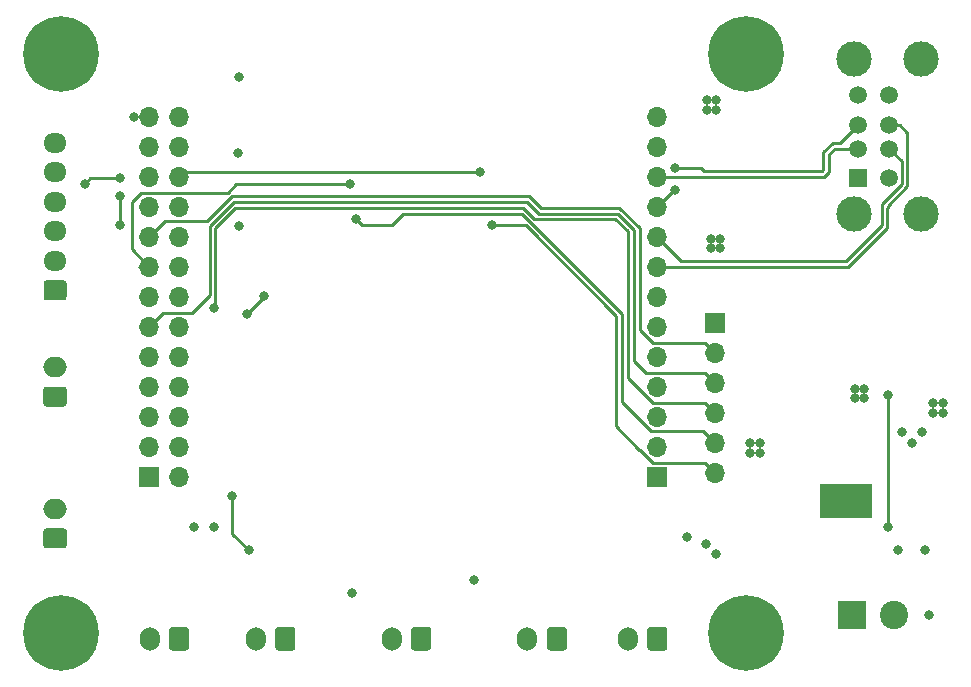
<source format=gbr>
%TF.GenerationSoftware,KiCad,Pcbnew,(5.1.12)-1*%
%TF.CreationDate,2021-12-26T21:26:00+08:00*%
%TF.ProjectId,OrangePiZeroExtentionBoard,4f72616e-6765-4506-995a-65726f457874,rev?*%
%TF.SameCoordinates,Original*%
%TF.FileFunction,Copper,L4,Bot*%
%TF.FilePolarity,Positive*%
%FSLAX46Y46*%
G04 Gerber Fmt 4.6, Leading zero omitted, Abs format (unit mm)*
G04 Created by KiCad (PCBNEW (5.1.12)-1) date 2021-12-26 21:26:00*
%MOMM*%
%LPD*%
G01*
G04 APERTURE LIST*
%TA.AperFunction,ComponentPad*%
%ADD10C,0.600000*%
%TD*%
%TA.AperFunction,SMDPad,CuDef*%
%ADD11R,4.500000X2.950000*%
%TD*%
%TA.AperFunction,ComponentPad*%
%ADD12C,1.500000*%
%TD*%
%TA.AperFunction,ComponentPad*%
%ADD13C,3.000000*%
%TD*%
%TA.AperFunction,ComponentPad*%
%ADD14R,1.500000X1.500000*%
%TD*%
%TA.AperFunction,ComponentPad*%
%ADD15C,0.800000*%
%TD*%
%TA.AperFunction,ComponentPad*%
%ADD16C,6.400000*%
%TD*%
%TA.AperFunction,ComponentPad*%
%ADD17R,2.400000X2.400000*%
%TD*%
%TA.AperFunction,ComponentPad*%
%ADD18C,2.400000*%
%TD*%
%TA.AperFunction,ComponentPad*%
%ADD19O,1.950000X1.700000*%
%TD*%
%TA.AperFunction,ComponentPad*%
%ADD20R,1.700000X1.700000*%
%TD*%
%TA.AperFunction,ComponentPad*%
%ADD21O,1.700000X1.700000*%
%TD*%
%TA.AperFunction,ComponentPad*%
%ADD22O,2.000000X1.700000*%
%TD*%
%TA.AperFunction,ComponentPad*%
%ADD23O,1.700000X2.000000*%
%TD*%
%TA.AperFunction,ViaPad*%
%ADD24C,0.800000*%
%TD*%
%TA.AperFunction,Conductor*%
%ADD25C,0.250000*%
%TD*%
G04 APERTURE END LIST*
D10*
%TO.P,U1,9*%
%TO.N,GND*%
X176800000Y-106200000D03*
X175700000Y-106200000D03*
X175700000Y-107400000D03*
X176800000Y-107400000D03*
X173200000Y-106200000D03*
X174400000Y-106200000D03*
X174400000Y-107400000D03*
X173200000Y-107400000D03*
D11*
X175000000Y-106800000D03*
%TD*%
D12*
%TO.P,USB1,8*%
%TO.N,GND*%
X178620000Y-72500000D03*
%TO.P,USB1,7*%
%TO.N,USB_DP3*%
X178620000Y-75000000D03*
%TO.P,USB1,6*%
%TO.N,USB_DM3*%
X178620000Y-77000000D03*
%TO.P,USB1,5*%
%TO.N,+5V*%
X178620000Y-79500000D03*
D13*
%TO.P,USB1,9*%
%TO.N,Net-(USB1-Pad9)*%
X181330000Y-69430000D03*
X181330000Y-82570000D03*
D12*
%TO.P,USB1,4*%
%TO.N,GND*%
X176000000Y-72500000D03*
%TO.P,USB1,3*%
%TO.N,USB_DP2*%
X176000000Y-75000000D03*
%TO.P,USB1,2*%
%TO.N,USB_DM2*%
X176000000Y-77000000D03*
D14*
%TO.P,USB1,1*%
%TO.N,+5V*%
X176000000Y-79500000D03*
D13*
%TO.P,USB1,9*%
%TO.N,Net-(USB1-Pad9)*%
X175650000Y-82570000D03*
X175650000Y-69430000D03*
%TD*%
D15*
%TO.P,,1*%
%TO.N,N/C*%
X110197056Y-116302944D03*
X108500000Y-115600000D03*
X106802944Y-116302944D03*
X106100000Y-118000000D03*
X106802944Y-119697056D03*
X108500000Y-120400000D03*
X110197056Y-119697056D03*
X110900000Y-118000000D03*
D16*
X108500000Y-118000000D03*
%TD*%
%TO.P,,1*%
%TO.N,N/C*%
X108500000Y-69000000D03*
D15*
X110900000Y-69000000D03*
X110197056Y-70697056D03*
X108500000Y-71400000D03*
X106802944Y-70697056D03*
X106100000Y-69000000D03*
X106802944Y-67302944D03*
X108500000Y-66600000D03*
X110197056Y-67302944D03*
%TD*%
%TO.P,,1*%
%TO.N,N/C*%
X168197056Y-67302944D03*
X166500000Y-66600000D03*
X164802944Y-67302944D03*
X164100000Y-69000000D03*
X164802944Y-70697056D03*
X166500000Y-71400000D03*
X168197056Y-70697056D03*
X168900000Y-69000000D03*
D16*
X166500000Y-69000000D03*
%TD*%
D15*
%TO.P,,1*%
%TO.N,N/C*%
X168197056Y-116302944D03*
X166500000Y-115600000D03*
X164802944Y-116302944D03*
X164100000Y-118000000D03*
X164802944Y-119697056D03*
X166500000Y-120400000D03*
X168197056Y-119697056D03*
X168900000Y-118000000D03*
D16*
X166500000Y-118000000D03*
%TD*%
D17*
%TO.P,J2,1*%
%TO.N,DCIN*%
X175500000Y-116500000D03*
D18*
%TO.P,J2,2*%
%TO.N,GND*%
X179000000Y-116500000D03*
%TD*%
%TO.P,J3,1*%
%TO.N,GND*%
%TA.AperFunction,ComponentPad*%
G36*
G01*
X108725000Y-89850000D02*
X107275000Y-89850000D01*
G75*
G02*
X107025000Y-89600000I0J250000D01*
G01*
X107025000Y-88400000D01*
G75*
G02*
X107275000Y-88150000I250000J0D01*
G01*
X108725000Y-88150000D01*
G75*
G02*
X108975000Y-88400000I0J-250000D01*
G01*
X108975000Y-89600000D01*
G75*
G02*
X108725000Y-89850000I-250000J0D01*
G01*
G37*
%TD.AperFunction*%
D19*
%TO.P,J3,2*%
%TO.N,+3V3*%
X108000000Y-86500000D03*
%TO.P,J3,3*%
%TO.N,SPI1_CS*%
X108000000Y-84000000D03*
%TO.P,J3,4*%
%TO.N,SPI1_MISO*%
X108000000Y-81500000D03*
%TO.P,J3,5*%
%TO.N,SPI1_MOSI*%
X108000000Y-79000000D03*
%TO.P,J3,6*%
%TO.N,SPI1_CLK*%
X108000000Y-76500000D03*
%TD*%
D20*
%TO.P,J4,1*%
%TO.N,+3V3*%
X115960000Y-104780000D03*
D21*
%TO.P,J4,2*%
%TO.N,+5V*%
X118500000Y-104780000D03*
%TO.P,J4,3*%
%TO.N,Net-(J4-Pad3)*%
X115960000Y-102240000D03*
%TO.P,J4,4*%
%TO.N,+5V*%
X118500000Y-102240000D03*
%TO.P,J4,5*%
%TO.N,Net-(J4-Pad5)*%
X115960000Y-99700000D03*
%TO.P,J4,6*%
%TO.N,GND*%
X118500000Y-99700000D03*
%TO.P,J4,7*%
%TO.N,Net-(J4-Pad7)*%
X115960000Y-97160000D03*
%TO.P,J4,8*%
%TO.N,UART1_RX*%
X118500000Y-97160000D03*
%TO.P,J4,9*%
%TO.N,GND*%
X115960000Y-94620000D03*
%TO.P,J4,10*%
%TO.N,UART1_TX*%
X118500000Y-94620000D03*
%TO.P,J4,11*%
%TO.N,GPIO_1_CLK*%
X115960000Y-92080000D03*
%TO.P,J4,12*%
%TO.N,Net-(J4-Pad12)*%
X118500000Y-92080000D03*
%TO.P,J4,13*%
%TO.N,GPIO_0_SDO*%
X115960000Y-89540000D03*
%TO.P,J4,14*%
%TO.N,GND*%
X118500000Y-89540000D03*
%TO.P,J4,15*%
%TO.N,GPIO_3_SDI*%
X115960000Y-87000000D03*
%TO.P,J4,16*%
%TO.N,GPIO_19*%
X118500000Y-87000000D03*
%TO.P,J4,17*%
%TO.N,+3V3*%
X115960000Y-84460000D03*
%TO.P,J4,18*%
%TO.N,GPIO_18*%
X118500000Y-84460000D03*
%TO.P,J4,19*%
%TO.N,SPI1_MOSI*%
X115960000Y-81920000D03*
%TO.P,J4,20*%
%TO.N,GND*%
X118500000Y-81920000D03*
%TO.P,J4,21*%
%TO.N,SPI1_MISO*%
X115960000Y-79380000D03*
%TO.P,J4,22*%
%TO.N,GPIO_2_CS*%
X118500000Y-79380000D03*
%TO.P,J4,23*%
%TO.N,SPI1_CLK*%
X115960000Y-76840000D03*
%TO.P,J4,24*%
%TO.N,SPI1_CS*%
X118500000Y-76840000D03*
%TO.P,J4,25*%
%TO.N,GND*%
X115960000Y-74300000D03*
%TO.P,J4,26*%
%TO.N,GPIO_10*%
X118500000Y-74300000D03*
%TD*%
D20*
%TO.P,J7,1*%
%TO.N,Net-(J7-Pad1)*%
X159000000Y-104780000D03*
D21*
%TO.P,J7,2*%
%TO.N,Net-(J7-Pad2)*%
X159000000Y-102240000D03*
%TO.P,J7,3*%
%TO.N,Net-(J7-Pad3)*%
X159000000Y-99700000D03*
%TO.P,J7,4*%
%TO.N,Net-(J7-Pad4)*%
X159000000Y-97160000D03*
%TO.P,J7,5*%
%TO.N,Net-(J7-Pad5)*%
X159000000Y-94620000D03*
%TO.P,J7,6*%
%TO.N,Net-(J7-Pad6)*%
X159000000Y-92080000D03*
%TO.P,J7,7*%
%TO.N,Net-(J7-Pad7)*%
X159000000Y-89540000D03*
%TO.P,J7,8*%
%TO.N,USB_DP3*%
X159000000Y-87000000D03*
%TO.P,J7,9*%
%TO.N,USB_DM3*%
X159000000Y-84460000D03*
%TO.P,J7,10*%
%TO.N,USB_DP2*%
X159000000Y-81920000D03*
%TO.P,J7,11*%
%TO.N,USB_DM2*%
X159000000Y-79380000D03*
%TO.P,J7,12*%
%TO.N,GND*%
X159000000Y-76840000D03*
%TO.P,J7,13*%
%TO.N,+5V*%
X159000000Y-74300000D03*
%TD*%
%TO.P,J8,1*%
%TO.N,+5V*%
%TA.AperFunction,ComponentPad*%
G36*
G01*
X108750000Y-110850000D02*
X107250000Y-110850000D01*
G75*
G02*
X107000000Y-110600000I0J250000D01*
G01*
X107000000Y-109400000D01*
G75*
G02*
X107250000Y-109150000I250000J0D01*
G01*
X108750000Y-109150000D01*
G75*
G02*
X109000000Y-109400000I0J-250000D01*
G01*
X109000000Y-110600000D01*
G75*
G02*
X108750000Y-110850000I-250000J0D01*
G01*
G37*
%TD.AperFunction*%
D22*
%TO.P,J8,2*%
%TO.N,GND*%
X108000000Y-107500000D03*
%TD*%
D23*
%TO.P,J9,2*%
%TO.N,GND*%
X116000000Y-118500000D03*
%TO.P,J9,1*%
%TO.N,+5V*%
%TA.AperFunction,ComponentPad*%
G36*
G01*
X119350000Y-117750000D02*
X119350000Y-119250000D01*
G75*
G02*
X119100000Y-119500000I-250000J0D01*
G01*
X117900000Y-119500000D01*
G75*
G02*
X117650000Y-119250000I0J250000D01*
G01*
X117650000Y-117750000D01*
G75*
G02*
X117900000Y-117500000I250000J0D01*
G01*
X119100000Y-117500000D01*
G75*
G02*
X119350000Y-117750000I0J-250000D01*
G01*
G37*
%TD.AperFunction*%
%TD*%
%TO.P,J10,2*%
%TO.N,Net-(D2-Pad1)*%
X136500000Y-118500000D03*
%TO.P,J10,1*%
%TO.N,DCIN*%
%TA.AperFunction,ComponentPad*%
G36*
G01*
X139850000Y-117750000D02*
X139850000Y-119250000D01*
G75*
G02*
X139600000Y-119500000I-250000J0D01*
G01*
X138400000Y-119500000D01*
G75*
G02*
X138150000Y-119250000I0J250000D01*
G01*
X138150000Y-117750000D01*
G75*
G02*
X138400000Y-117500000I250000J0D01*
G01*
X139600000Y-117500000D01*
G75*
G02*
X139850000Y-117750000I0J-250000D01*
G01*
G37*
%TD.AperFunction*%
%TD*%
%TO.P,J11,1*%
%TO.N,UART1_RX*%
%TA.AperFunction,ComponentPad*%
G36*
G01*
X108750000Y-98850000D02*
X107250000Y-98850000D01*
G75*
G02*
X107000000Y-98600000I0J250000D01*
G01*
X107000000Y-97400000D01*
G75*
G02*
X107250000Y-97150000I250000J0D01*
G01*
X108750000Y-97150000D01*
G75*
G02*
X109000000Y-97400000I0J-250000D01*
G01*
X109000000Y-98600000D01*
G75*
G02*
X108750000Y-98850000I-250000J0D01*
G01*
G37*
%TD.AperFunction*%
D22*
%TO.P,J11,2*%
%TO.N,UART1_TX*%
X108000000Y-95500000D03*
%TD*%
%TO.P,J12,1*%
%TO.N,DCIN*%
%TA.AperFunction,ComponentPad*%
G36*
G01*
X151350000Y-117750000D02*
X151350000Y-119250000D01*
G75*
G02*
X151100000Y-119500000I-250000J0D01*
G01*
X149900000Y-119500000D01*
G75*
G02*
X149650000Y-119250000I0J250000D01*
G01*
X149650000Y-117750000D01*
G75*
G02*
X149900000Y-117500000I250000J0D01*
G01*
X151100000Y-117500000D01*
G75*
G02*
X151350000Y-117750000I0J-250000D01*
G01*
G37*
%TD.AperFunction*%
D23*
%TO.P,J12,2*%
%TO.N,Net-(D3-Pad1)*%
X148000000Y-118500000D03*
%TD*%
%TO.P,J13,2*%
%TO.N,GND*%
X125000000Y-118500000D03*
%TO.P,J13,1*%
%TO.N,DCIN*%
%TA.AperFunction,ComponentPad*%
G36*
G01*
X128350000Y-117750000D02*
X128350000Y-119250000D01*
G75*
G02*
X128100000Y-119500000I-250000J0D01*
G01*
X126900000Y-119500000D01*
G75*
G02*
X126650000Y-119250000I0J250000D01*
G01*
X126650000Y-117750000D01*
G75*
G02*
X126900000Y-117500000I250000J0D01*
G01*
X128100000Y-117500000D01*
G75*
G02*
X128350000Y-117750000I0J-250000D01*
G01*
G37*
%TD.AperFunction*%
%TD*%
%TO.P,J15,2*%
%TO.N,Net-(D5-Pad1)*%
X156500000Y-118500000D03*
%TO.P,J15,1*%
%TO.N,DCIN*%
%TA.AperFunction,ComponentPad*%
G36*
G01*
X159850000Y-117750000D02*
X159850000Y-119250000D01*
G75*
G02*
X159600000Y-119500000I-250000J0D01*
G01*
X158400000Y-119500000D01*
G75*
G02*
X158150000Y-119250000I0J250000D01*
G01*
X158150000Y-117750000D01*
G75*
G02*
X158400000Y-117500000I250000J0D01*
G01*
X159600000Y-117500000D01*
G75*
G02*
X159850000Y-117750000I0J-250000D01*
G01*
G37*
%TD.AperFunction*%
%TD*%
D20*
%TO.P,J5,1*%
%TO.N,GND*%
X163910000Y-91750000D03*
D21*
%TO.P,J5,2*%
%TO.N,+3V3*%
X163910000Y-94290000D03*
%TO.P,J5,3*%
%TO.N,GPIO_1_CLK*%
X163910000Y-96830000D03*
%TO.P,J5,4*%
%TO.N,GPIO_0_SDO*%
X163910000Y-99370000D03*
%TO.P,J5,5*%
%TO.N,GPIO_3_SDI*%
X163910000Y-101910000D03*
%TO.P,J5,6*%
%TO.N,GPIO_2_CS*%
X163910000Y-104450000D03*
%TD*%
D24*
%TO.N,GND*%
X182000000Y-116500000D03*
X163100000Y-110450000D03*
X164000000Y-111300000D03*
X181650000Y-110950000D03*
X179350000Y-110950000D03*
X182350000Y-98550000D03*
X182350000Y-99400000D03*
X183200000Y-98550000D03*
X183200000Y-99400000D03*
X175700000Y-97350000D03*
X175700000Y-98150000D03*
X176500000Y-97350000D03*
X176500000Y-98150000D03*
X167650000Y-102750000D03*
X167650000Y-101900000D03*
X166800000Y-101900000D03*
X166800000Y-102750000D03*
X164000000Y-73700000D03*
X164000000Y-72900000D03*
X163200000Y-72900000D03*
X163200000Y-73700000D03*
X114650000Y-74350000D03*
X123550000Y-70950000D03*
X123500000Y-77350000D03*
X119750000Y-109000000D03*
X121450000Y-109000000D03*
X123550000Y-83550000D03*
%TO.N,+5V*%
X164300000Y-84650000D03*
X164300000Y-85450000D03*
X163500000Y-85450000D03*
X163500000Y-84650000D03*
%TO.N,USB_DP2*%
X160500000Y-80500000D03*
X160500000Y-78655000D03*
%TO.N,DCIN*%
X143500000Y-113550000D03*
X161500000Y-109850000D03*
X180550000Y-101900000D03*
X179700000Y-101000000D03*
X181400000Y-101000000D03*
X133150000Y-114600000D03*
%TO.N,SPI1_CS*%
X113500000Y-83500000D03*
X113500000Y-81000000D03*
%TO.N,SPI1_MISO*%
X110500000Y-80000000D03*
X113500000Y-79500000D03*
%TO.N,GPIO_0_SDO*%
X121500000Y-90500000D03*
%TO.N,GPIO_3_SDI*%
X133000000Y-80000000D03*
X133500000Y-83000000D03*
%TO.N,GPIO_2_CS*%
X144987347Y-83500000D03*
X144000000Y-79000000D03*
%TO.N,Net-(Q2-Pad1)*%
X124275000Y-91000000D03*
X125725000Y-89500000D03*
%TO.N,Net-(Q4-Pad1)*%
X124425000Y-111025000D03*
X123025000Y-106375000D03*
%TO.N,BUCK_VSNS*%
X178500000Y-109000000D03*
X178500000Y-97900000D03*
%TD*%
D25*
%TO.N,USB_DM2*%
X176000000Y-77000000D02*
X175500000Y-77000000D01*
X159000000Y-79380000D02*
X173120000Y-79380000D01*
X173120000Y-79380000D02*
X173500000Y-79000000D01*
X173500000Y-79000000D02*
X173500000Y-77500000D01*
X173500000Y-77500000D02*
X174000000Y-77000000D01*
X174000000Y-77000000D02*
X176000000Y-77000000D01*
%TO.N,USB_DP2*%
X159000000Y-81920000D02*
X160420000Y-80500000D01*
X160420000Y-80500000D02*
X160500000Y-80500000D01*
X175500000Y-75500000D02*
X176000000Y-75000000D01*
X173049991Y-77313599D02*
X173863590Y-76500000D01*
X173049990Y-78813600D02*
X173049991Y-77313599D01*
X172933600Y-78929990D02*
X173049990Y-78813600D01*
X162929990Y-78929990D02*
X172933600Y-78929990D01*
X162655000Y-78655000D02*
X162929990Y-78929990D01*
X160500000Y-78655000D02*
X162655000Y-78655000D01*
X174500000Y-76500000D02*
X176000000Y-75000000D01*
X173863590Y-76500000D02*
X174500000Y-76500000D01*
%TO.N,+3V3*%
X163060001Y-93440001D02*
X163910000Y-94290000D01*
X157500000Y-92319002D02*
X158620999Y-93440001D01*
X157500000Y-83727180D02*
X157500000Y-92319002D01*
X158620999Y-93440001D02*
X163060001Y-93440001D01*
X155772820Y-82000000D02*
X157500000Y-83727180D01*
X149136410Y-82000000D02*
X155772820Y-82000000D01*
X148136410Y-81000000D02*
X149136410Y-82000000D01*
X123000000Y-81000000D02*
X148136410Y-81000000D01*
X120904999Y-83095001D02*
X123000000Y-81000000D01*
X117324999Y-83095001D02*
X120904999Y-83095001D01*
X115960000Y-84460000D02*
X117324999Y-83095001D01*
%TO.N,SPI1_CS*%
X113500000Y-83500000D02*
X113500000Y-81000000D01*
%TO.N,SPI1_MISO*%
X110500000Y-80000000D02*
X111000000Y-79500000D01*
X111000000Y-79500000D02*
X113500000Y-79500000D01*
%TO.N,GPIO_1_CLK*%
X117135001Y-90904999D02*
X115960000Y-92080000D01*
X163910000Y-96830000D02*
X163060001Y-95980001D01*
X163060001Y-95980001D02*
X158019999Y-95980001D01*
X119595001Y-90904999D02*
X117135001Y-90904999D01*
X158019999Y-95980001D02*
X157000000Y-94960002D01*
X121091399Y-83545011D02*
X121091399Y-89408601D01*
X157000000Y-94960002D02*
X157000000Y-83863590D01*
X121091399Y-89408601D02*
X119595001Y-90904999D01*
X157000000Y-83863590D02*
X155636411Y-82500001D01*
X155636411Y-82500001D02*
X155500000Y-82500000D01*
X155500000Y-82500000D02*
X149000000Y-82500000D01*
X149000000Y-82500000D02*
X148000000Y-81500000D01*
X148000000Y-81500000D02*
X123136410Y-81500000D01*
X123136410Y-81500000D02*
X121091399Y-83545011D01*
%TO.N,GPIO_0_SDO*%
X163060001Y-98520001D02*
X163910000Y-99370000D01*
X158620999Y-98520001D02*
X163060001Y-98520001D01*
X156500000Y-96399002D02*
X158620999Y-98520001D01*
X156500000Y-84000000D02*
X156500000Y-96399002D01*
X155450010Y-82950010D02*
X156500000Y-84000000D01*
X148586420Y-82950010D02*
X147636410Y-82000000D01*
X155450010Y-82950010D02*
X148586420Y-82950010D01*
X147636410Y-82000000D02*
X145500000Y-82000000D01*
X145500000Y-82000000D02*
X140000000Y-82000000D01*
X140000000Y-82000000D02*
X123500000Y-82000000D01*
X123500000Y-82000000D02*
X123272820Y-82000000D01*
X123272820Y-82000000D02*
X121541409Y-83731411D01*
X121541409Y-90458591D02*
X121500000Y-90500000D01*
X121541409Y-83731411D02*
X121541409Y-90458591D01*
%TO.N,GPIO_3_SDI*%
X156000000Y-91000000D02*
X147500000Y-82500000D01*
X156000000Y-98439002D02*
X156000000Y-91000000D01*
X158435999Y-100875001D02*
X156000000Y-98439002D01*
X162875001Y-100875001D02*
X158435999Y-100875001D01*
X163910000Y-101910000D02*
X162875001Y-100875001D01*
X115140998Y-87000000D02*
X115960000Y-87000000D01*
X115960000Y-87000000D02*
X114500000Y-85540000D01*
X114500000Y-85540000D02*
X114500000Y-81500000D01*
X122618591Y-80744999D02*
X123363590Y-80000000D01*
X115255001Y-80744999D02*
X122618591Y-80744999D01*
X114500000Y-81500000D02*
X115255001Y-80744999D01*
X123363590Y-80000000D02*
X133000000Y-80000000D01*
X133500000Y-83000000D02*
X134000000Y-83500000D01*
X134000000Y-83500000D02*
X136500000Y-83500000D01*
X136500000Y-83500000D02*
X137500000Y-82500000D01*
X137500000Y-82500000D02*
X147500000Y-82500000D01*
%TO.N,GPIO_2_CS*%
X158620999Y-103600001D02*
X157500000Y-102479002D01*
X163060001Y-103600001D02*
X158620999Y-103600001D01*
X163910000Y-104450000D02*
X163060001Y-103600001D01*
X155500000Y-98575412D02*
X155500000Y-91711168D01*
X155500000Y-91711168D02*
X155500000Y-91136410D01*
X157500000Y-102479002D02*
X157479002Y-102479002D01*
X157479002Y-102479002D02*
X155500000Y-100500000D01*
X155500000Y-100500000D02*
X155500000Y-98500000D01*
X118620000Y-79500000D02*
X118500000Y-79380000D01*
X147863590Y-83500000D02*
X147931795Y-83568205D01*
X144987347Y-83500000D02*
X147863590Y-83500000D01*
X155500000Y-91136410D02*
X147931795Y-83568205D01*
X118880000Y-79000000D02*
X118500000Y-79380000D01*
X144000000Y-79000000D02*
X118880000Y-79000000D01*
%TO.N,USB_DP3*%
X178620000Y-75000000D02*
X178000000Y-75000000D01*
X178500000Y-81847412D02*
X180145011Y-80202401D01*
X178500000Y-82000000D02*
X178500000Y-81847412D01*
X178450009Y-83686401D02*
X178450009Y-82049991D01*
X178450009Y-82049991D02*
X178500000Y-82000000D01*
X175136410Y-87000000D02*
X178450009Y-83686401D01*
X159000000Y-87000000D02*
X175136410Y-87000000D01*
X179500000Y-75000000D02*
X180145011Y-75645011D01*
X180145011Y-80202401D02*
X180145011Y-75645011D01*
X179500000Y-75000000D02*
X178620000Y-75000000D01*
%TO.N,USB_DM3*%
X179695001Y-78075001D02*
X178620000Y-77000000D01*
X178000000Y-81711002D02*
X179695001Y-80016001D01*
X178000000Y-83500000D02*
X178000000Y-81711002D01*
X175000000Y-86500000D02*
X178000000Y-83500000D01*
X179695001Y-80016001D02*
X179695001Y-78075001D01*
X161040000Y-86500000D02*
X175000000Y-86500000D01*
X159000000Y-84460000D02*
X161040000Y-86500000D01*
%TO.N,Net-(Q2-Pad1)*%
X124275000Y-91000000D02*
X125500000Y-89775000D01*
X125500000Y-89725000D02*
X125725000Y-89500000D01*
X125500000Y-89775000D02*
X125500000Y-89725000D01*
%TO.N,Net-(Q4-Pad1)*%
X124425000Y-111025000D02*
X123025000Y-109625000D01*
X123025000Y-109625000D02*
X123025000Y-106375000D01*
%TO.N,BUCK_VSNS*%
X178500000Y-109000000D02*
X178500000Y-97900000D01*
%TD*%
M02*

</source>
